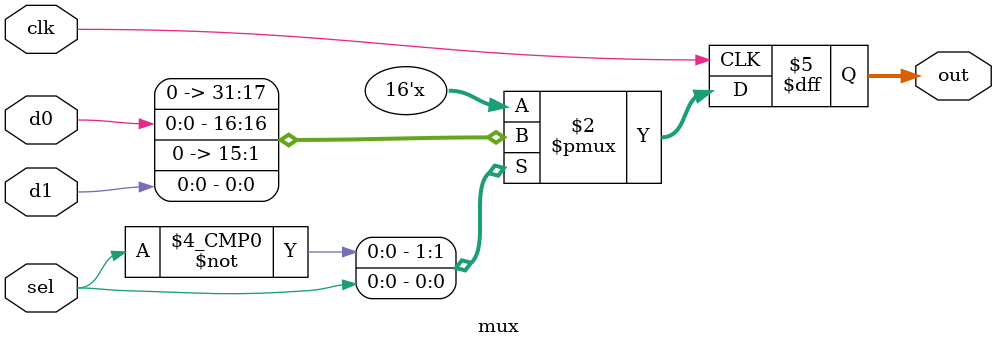
<source format=v>


module mux(
	 input clk,
    input wire d0,
    input wire d1,
    input wire sel,
    output reg [15:0] out
    );
	 
	 always @(posedge clk)
		begin
			case(sel)
				0: out = d0;
				1: out = d1;
					default: out = 1'b0;
			endcase
		end


endmodule

</source>
